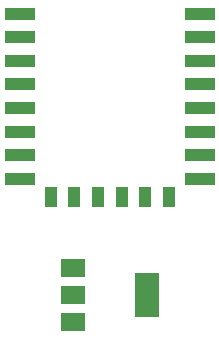
<source format=gbr>
%TF.GenerationSoftware,KiCad,Pcbnew,(5.1.12-1-10_14)*%
%TF.CreationDate,2022-08-29T01:00:24+02:00*%
%TF.ProjectId,esp-wireless-charging,6573702d-7769-4726-956c-6573732d6368,rev?*%
%TF.SameCoordinates,Original*%
%TF.FileFunction,Paste,Top*%
%TF.FilePolarity,Positive*%
%FSLAX46Y46*%
G04 Gerber Fmt 4.6, Leading zero omitted, Abs format (unit mm)*
G04 Created by KiCad (PCBNEW (5.1.12-1-10_14)) date 2022-08-29 01:00:24*
%MOMM*%
%LPD*%
G01*
G04 APERTURE LIST*
%ADD10R,2.500000X1.000000*%
%ADD11R,1.000000X1.800000*%
%ADD12R,2.000000X3.800000*%
%ADD13R,2.000000X1.500000*%
G04 APERTURE END LIST*
D10*
%TO.C,U1*%
X95270000Y-56190000D03*
X95270000Y-58190000D03*
X95270000Y-60190000D03*
X95270000Y-62190000D03*
X95270000Y-64190000D03*
X95270000Y-66190000D03*
X95270000Y-68190000D03*
X95270000Y-70190000D03*
D11*
X97870000Y-71690000D03*
X99870000Y-71690000D03*
X101870000Y-71690000D03*
X103870000Y-71690000D03*
X105870000Y-71690000D03*
X107870000Y-71690000D03*
D10*
X110470000Y-70190000D03*
X110470000Y-68190000D03*
X110470000Y-66190000D03*
X110470000Y-64190000D03*
X110470000Y-62190000D03*
X110470000Y-60190000D03*
X110470000Y-58190000D03*
X110470000Y-56190000D03*
%TD*%
D12*
%TO.C,U2*%
X106020000Y-80010000D03*
D13*
X99720000Y-80010000D03*
X99720000Y-82310000D03*
X99720000Y-77710000D03*
%TD*%
M02*

</source>
